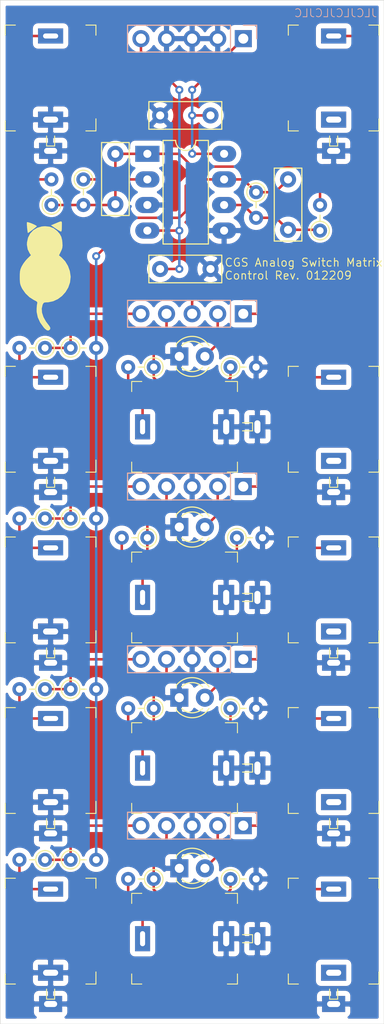
<source format=kicad_pcb>
(kicad_pcb (version 20171130) (host pcbnew "(5.1.10)-1")
  (layers (0 F.Cu signal) (31 B.Cu signal) (34 B.Paste user) (35 F.Paste user) (36 B.SilkS user) (37 F.SilkS user) (38 B.Mask user) (39 F.Mask user) (44 Edge.Cuts user))
  (net 0 "")
  (net 1 L1)
  (net 2 GND)
  (net 3 L2)
  (net 4 L3)
  (net 5 L4)
  (net 6 "Net-(J1-PadT)")
  (net 7 "Net-(J2-PadT)")
  (net 8 "Net-(J3-PadT)")
  (net 9 "Net-(J4-PadT)")
  (net 10 "Net-(J5-PadT)")
  (net 11 "Net-(J6-PadT)")
  (net 12 "Net-(J7-PadT)")
  (net 13 "Net-(J8-PadT)")
  (net 14 "Net-(J9-PadT)")
  (net 15 COMOUT)
  (net 16 O1)
  (net 17 O2)
  (net 18 O3)
  (net 19 O4)
  (net 20 I1)
  (net 21 I2)
  (net 22 I3)
  (net 23 I4)
  (net 24 C1)
  (net 25 C2)
  (net 26 C3)
  (net 27 C4)
  (net 28 +12V)
  (net 29 -12V)
  (net 30 "Net-(C3-Pad2)")
  (net 31 "Net-(C3-Pad1)")
  (net 32 "Net-(C4-Pad2)")
  (net 33 COMIN)
  (module "CATs_Eurosynth_Specials:CATs Tiny" (layer F.Cu) (at 4.445 27.305)
    (fp_text reference G*** hide)
    (fp_text value LOGO hide)
  )
  (module Package_DIP:DIP-8_W7.62mm_LongPads (layer F.Cu) (at 14.605 15.24)
    (fp_text reference U1 hide)
    (fp_text value TL072 hide)
    (pad 8 thru_hole oval (at 7.62 0) (size 2.4 1.6) (drill 0.8) (layers *.Cu *.Mask) (net 28 +12V))
    (pad 4 thru_hole oval (at 0 7.62) (size 2.4 1.6) (drill 0.8) (layers *.Cu *.Mask) (net 29 -12V))
    (pad 7 thru_hole oval (at 7.62 2.54) (size 2.4 1.6) (drill 0.8) (layers *.Cu *.Mask) (net 33 COMIN))
    (pad 3 thru_hole oval (at 0 5.08) (size 2.4 1.6) (drill 0.8) (layers *.Cu *.Mask) (net 2 GND))
    (pad 6 thru_hole oval (at 7.62 5.08) (size 2.4 1.6) (drill 0.8) (layers *.Cu *.Mask) (net 32 "Net-(C4-Pad2)"))
    (pad 2 thru_hole oval (at 0 2.54) (size 2.4 1.6) (drill 0.8) (layers *.Cu *.Mask) (net 30 "Net-(C3-Pad2)"))
    (pad 5 thru_hole oval (at 7.62 7.62) (size 2.4 1.6) (drill 0.8) (layers *.Cu *.Mask) (net 2 GND))
    (pad 1 thru_hole rect (at 0 0) (size 2.4 1.6) (drill 0.8) (layers *.Cu *.Mask) (net 31 "Net-(C3-Pad1)"))
  )
  (module Resistor_THT:R_Axial_DIN0204_L3.6mm_D1.6mm_P2.54mm_Vertical (layer F.Cu) (at 25.4 19.05 270)
    (fp_text reference R20 hide)
    (fp_text value 100k hide)
    (pad 2 thru_hole oval (at 2.54 0 270) (size 1.4 1.4) (drill 0.7) (layers *.Cu *.Mask) (net 32 "Net-(C4-Pad2)"))
    (pad 1 thru_hole circle (at 0 0 270) (size 1.4 1.4) (drill 0.7) (layers *.Cu *.Mask) (net 33 COMIN))
  )
  (module Resistor_THT:R_Axial_DIN0204_L3.6mm_D1.6mm_P2.54mm_Vertical (layer F.Cu) (at 31.75 22.86 90)
    (fp_text reference R19 hide)
    (fp_text value 100k hide)
    (pad 2 thru_hole oval (at 2.54 0 90) (size 1.4 1.4) (drill 0.7) (layers *.Cu *.Mask) (net 31 "Net-(C3-Pad1)"))
    (pad 1 thru_hole circle (at 0 0 90) (size 1.4 1.4) (drill 0.7) (layers *.Cu *.Mask) (net 32 "Net-(C4-Pad2)"))
  )
  (module Resistor_THT:R_Axial_DIN0204_L3.6mm_D1.6mm_P2.54mm_Vertical (layer F.Cu) (at 8.255 17.78 270)
    (fp_text reference R18 hide)
    (fp_text value 100k hide)
    (pad 2 thru_hole oval (at 2.54 0 270) (size 1.4 1.4) (drill 0.7) (layers *.Cu *.Mask) (net 30 "Net-(C3-Pad2)"))
    (pad 1 thru_hole circle (at 0 0 270) (size 1.4 1.4) (drill 0.7) (layers *.Cu *.Mask) (net 31 "Net-(C3-Pad1)"))
  )
  (module Resistor_THT:R_Axial_DIN0204_L3.6mm_D1.6mm_P2.54mm_Vertical (layer F.Cu) (at 5.08 20.32 90)
    (fp_text reference R17 hide)
    (fp_text value 100k hide)
    (pad 2 thru_hole oval (at 2.54 0 90) (size 1.4 1.4) (drill 0.7) (layers *.Cu *.Mask) (net 6 "Net-(J1-PadT)"))
    (pad 1 thru_hole circle (at 0 0 90) (size 1.4 1.4) (drill 0.7) (layers *.Cu *.Mask) (net 30 "Net-(C3-Pad2)"))
  )
  (module Connector_PinSocket_2.54mm:PinSocket_1x05_P2.54mm_Vertical (layer B.Cu) (at 24.13 3.81 90)
    (fp_text reference J19 hide)
    (fp_text value POWER hide)
    (pad 5 thru_hole oval (at 0 -10.16 90) (size 1.7 1.7) (drill 1) (layers *.Cu *.Mask) (net 29 -12V))
    (pad 4 thru_hole oval (at 0 -7.62 90) (size 1.7 1.7) (drill 1) (layers *.Cu *.Mask) (net 2 GND))
    (pad 3 thru_hole oval (at 0 -5.08 90) (size 1.7 1.7) (drill 1) (layers *.Cu *.Mask) (net 2 GND))
    (pad 2 thru_hole oval (at 0 -2.54 90) (size 1.7 1.7) (drill 1) (layers *.Cu *.Mask) (net 2 GND))
    (pad 1 thru_hole rect (at 0 0 90) (size 1.7 1.7) (drill 1) (layers *.Cu *.Mask) (net 28 +12V))
  )
  (module Capacitor_THT:C_Rect_L7.0mm_W2.5mm_P5.00mm (layer F.Cu) (at 28.575 17.78 270)
    (fp_text reference C4 hide)
    (fp_text value 47p hide)
    (pad 2 thru_hole circle (at 5 0 270) (size 1.6 1.6) (drill 0.8) (layers *.Cu *.Mask) (net 32 "Net-(C4-Pad2)"))
    (pad 1 thru_hole circle (at 0 0 270) (size 1.6 1.6) (drill 0.8) (layers *.Cu *.Mask) (net 33 COMIN))
  )
  (module Capacitor_THT:C_Rect_L7.0mm_W2.5mm_P5.00mm (layer F.Cu) (at 11.43 15.24 270)
    (fp_text reference C3 hide)
    (fp_text value 47p hide)
    (pad 2 thru_hole circle (at 5 0 270) (size 1.6 1.6) (drill 0.8) (layers *.Cu *.Mask) (net 30 "Net-(C3-Pad2)"))
    (pad 1 thru_hole circle (at 0 0 270) (size 1.6 1.6) (drill 0.8) (layers *.Cu *.Mask) (net 31 "Net-(C3-Pad1)"))
  )
  (module Capacitor_THT:C_Rect_L7.0mm_W2.5mm_P5.00mm (layer F.Cu) (at 15.875 26.67)
    (fp_text reference C2 hide)
    (fp_text value 100n hide)
    (pad 2 thru_hole circle (at 5 0) (size 1.6 1.6) (drill 0.8) (layers *.Cu *.Mask) (net 2 GND))
    (pad 1 thru_hole circle (at 0 0) (size 1.6 1.6) (drill 0.8) (layers *.Cu *.Mask) (net 29 -12V))
  )
  (module Capacitor_THT:C_Rect_L7.0mm_W2.5mm_P5.00mm (layer F.Cu) (at 15.875 11.43)
    (fp_text reference C1 hide)
    (fp_text value 100n hide)
    (pad 2 thru_hole circle (at 5 0) (size 1.6 1.6) (drill 0.8) (layers *.Cu *.Mask) (net 28 +12V))
    (pad 1 thru_hole circle (at 0 0) (size 1.6 1.6) (drill 0.8) (layers *.Cu *.Mask) (net 2 GND))
  )
  (module Resistor_THT:R_Axial_DIN0204_L3.6mm_D1.6mm_P2.54mm_Vertical (layer F.Cu) (at 22.86 87.20666)
    (fp_text reference R16 hide)
    (fp_text value 100k hide)
    (pad 2 thru_hole oval (at 2.54 0) (size 1.4 1.4) (drill 0.7) (layers *.Cu *.Mask) (net 2 GND))
    (pad 1 thru_hole circle (at 0 0) (size 1.4 1.4) (drill 0.7) (layers *.Cu *.Mask) (net 27 C4))
  )
  (module Resistor_THT:R_Axial_DIN0204_L3.6mm_D1.6mm_P2.54mm_Vertical (layer F.Cu) (at 22.86 70.27333)
    (fp_text reference R15 hide)
    (fp_text value 100k hide)
    (pad 2 thru_hole oval (at 2.54 0) (size 1.4 1.4) (drill 0.7) (layers *.Cu *.Mask) (net 2 GND))
    (pad 1 thru_hole circle (at 0 0) (size 1.4 1.4) (drill 0.7) (layers *.Cu *.Mask) (net 26 C3))
  )
  (module Resistor_THT:R_Axial_DIN0204_L3.6mm_D1.6mm_P2.54mm_Vertical (layer F.Cu) (at 23.495 53.34)
    (fp_text reference R14 hide)
    (fp_text value 100k hide)
    (pad 2 thru_hole oval (at 2.54 0) (size 1.4 1.4) (drill 0.7) (layers *.Cu *.Mask) (net 2 GND))
    (pad 1 thru_hole circle (at 0 0) (size 1.4 1.4) (drill 0.7) (layers *.Cu *.Mask) (net 25 C2))
  )
  (module Resistor_THT:R_Axial_DIN0204_L3.6mm_D1.6mm_P2.54mm_Vertical (layer F.Cu) (at 22.86 36.40666)
    (fp_text reference R13 hide)
    (fp_text value 100k hide)
    (pad 2 thru_hole oval (at 2.54 0) (size 1.4 1.4) (drill 0.7) (layers *.Cu *.Mask) (net 2 GND))
    (pad 1 thru_hole circle (at 0 0) (size 1.4 1.4) (drill 0.7) (layers *.Cu *.Mask) (net 24 C1))
  )
  (module Resistor_THT:R_Axial_DIN0204_L3.6mm_D1.6mm_P2.54mm_Vertical (layer F.Cu) (at 15.24 87.20666 180)
    (fp_text reference R12 hide)
    (fp_text value 10k hide)
    (pad 2 thru_hole oval (at 2.54 0 180) (size 1.4 1.4) (drill 0.7) (layers *.Cu *.Mask) (net 14 "Net-(J9-PadT)"))
    (pad 1 thru_hole circle (at 0 0 180) (size 1.4 1.4) (drill 0.7) (layers *.Cu *.Mask) (net 27 C4))
  )
  (module Resistor_THT:R_Axial_DIN0204_L3.6mm_D1.6mm_P2.54mm_Vertical (layer F.Cu) (at 15.24 70.27333 180)
    (fp_text reference R11 hide)
    (fp_text value 10k hide)
    (pad 2 thru_hole oval (at 2.54 0 180) (size 1.4 1.4) (drill 0.7) (layers *.Cu *.Mask) (net 13 "Net-(J8-PadT)"))
    (pad 1 thru_hole circle (at 0 0 180) (size 1.4 1.4) (drill 0.7) (layers *.Cu *.Mask) (net 26 C3))
  )
  (module Resistor_THT:R_Axial_DIN0204_L3.6mm_D1.6mm_P2.54mm_Vertical (layer F.Cu) (at 14.605 53.34 180)
    (fp_text reference R10 hide)
    (fp_text value 10k hide)
    (pad 2 thru_hole oval (at 2.54 0 180) (size 1.4 1.4) (drill 0.7) (layers *.Cu *.Mask) (net 12 "Net-(J7-PadT)"))
    (pad 1 thru_hole circle (at 0 0 180) (size 1.4 1.4) (drill 0.7) (layers *.Cu *.Mask) (net 25 C2))
  )
  (module Resistor_THT:R_Axial_DIN0204_L3.6mm_D1.6mm_P2.54mm_Vertical (layer F.Cu) (at 15.24 36.40666 180)
    (fp_text reference R9 hide)
    (fp_text value 10k hide)
    (pad 2 thru_hole oval (at 2.54 0 180) (size 1.4 1.4) (drill 0.7) (layers *.Cu *.Mask) (net 11 "Net-(J6-PadT)"))
    (pad 1 thru_hole circle (at 0 0 180) (size 1.4 1.4) (drill 0.7) (layers *.Cu *.Mask) (net 24 C1))
  )
  (module Resistor_THT:R_Axial_DIN0204_L3.6mm_D1.6mm_P2.54mm_Vertical (layer F.Cu) (at 4.445 85.30166 180)
    (fp_text reference R8 hide)
    (fp_text value 100k hide)
    (pad 2 thru_hole oval (at 2.54 0 180) (size 1.4 1.4) (drill 0.7) (layers *.Cu *.Mask) (net 10 "Net-(J5-PadT)"))
    (pad 1 thru_hole circle (at 0 0 180) (size 1.4 1.4) (drill 0.7) (layers *.Cu *.Mask) (net 23 I4))
  )
  (module Resistor_THT:R_Axial_DIN0204_L3.6mm_D1.6mm_P2.54mm_Vertical (layer F.Cu) (at 6.985 85.30166)
    (fp_text reference R7 hide)
    (fp_text value 100k hide)
    (pad 2 thru_hole oval (at 2.54 0) (size 1.4 1.4) (drill 0.7) (layers *.Cu *.Mask) (net 33 COMIN))
    (pad 1 thru_hole circle (at 0 0) (size 1.4 1.4) (drill 0.7) (layers *.Cu *.Mask) (net 23 I4))
  )
  (module Resistor_THT:R_Axial_DIN0204_L3.6mm_D1.6mm_P2.54mm_Vertical (layer F.Cu) (at 4.445 68.36833 180)
    (fp_text reference R6 hide)
    (fp_text value 100k hide)
    (pad 2 thru_hole oval (at 2.54 0 180) (size 1.4 1.4) (drill 0.7) (layers *.Cu *.Mask) (net 9 "Net-(J4-PadT)"))
    (pad 1 thru_hole circle (at 0 0 180) (size 1.4 1.4) (drill 0.7) (layers *.Cu *.Mask) (net 22 I3))
  )
  (module Resistor_THT:R_Axial_DIN0204_L3.6mm_D1.6mm_P2.54mm_Vertical (layer F.Cu) (at 6.985 68.36833)
    (fp_text reference R5 hide)
    (fp_text value 100k hide)
    (pad 2 thru_hole oval (at 2.54 0) (size 1.4 1.4) (drill 0.7) (layers *.Cu *.Mask) (net 33 COMIN))
    (pad 1 thru_hole circle (at 0 0) (size 1.4 1.4) (drill 0.7) (layers *.Cu *.Mask) (net 22 I3))
  )
  (module Resistor_THT:R_Axial_DIN0204_L3.6mm_D1.6mm_P2.54mm_Vertical (layer F.Cu) (at 4.445 51.435 180)
    (fp_text reference R4 hide)
    (fp_text value 100k hide)
    (pad 2 thru_hole oval (at 2.54 0 180) (size 1.4 1.4) (drill 0.7) (layers *.Cu *.Mask) (net 8 "Net-(J3-PadT)"))
    (pad 1 thru_hole circle (at 0 0 180) (size 1.4 1.4) (drill 0.7) (layers *.Cu *.Mask) (net 21 I2))
  )
  (module Resistor_THT:R_Axial_DIN0204_L3.6mm_D1.6mm_P2.54mm_Vertical (layer F.Cu) (at 6.985 51.435)
    (fp_text reference R3 hide)
    (fp_text value 100k hide)
    (pad 2 thru_hole oval (at 2.54 0) (size 1.4 1.4) (drill 0.7) (layers *.Cu *.Mask) (net 33 COMIN))
    (pad 1 thru_hole circle (at 0 0) (size 1.4 1.4) (drill 0.7) (layers *.Cu *.Mask) (net 21 I2))
  )
  (module Resistor_THT:R_Axial_DIN0204_L3.6mm_D1.6mm_P2.54mm_Vertical (layer F.Cu) (at 4.445 34.50166 180)
    (fp_text reference R2 hide)
    (fp_text value 100k hide)
    (pad 2 thru_hole oval (at 2.54 0 180) (size 1.4 1.4) (drill 0.7) (layers *.Cu *.Mask) (net 7 "Net-(J2-PadT)"))
    (pad 1 thru_hole circle (at 0 0 180) (size 1.4 1.4) (drill 0.7) (layers *.Cu *.Mask) (net 20 I1))
  )
  (module Resistor_THT:R_Axial_DIN0204_L3.6mm_D1.6mm_P2.54mm_Vertical (layer F.Cu) (at 6.985 34.50166)
    (fp_text reference R1 hide)
    (fp_text value 100k hide)
    (pad 2 thru_hole oval (at 2.54 0) (size 1.4 1.4) (drill 0.7) (layers *.Cu *.Mask) (net 33 COMIN))
    (pad 1 thru_hole circle (at 0 0) (size 1.4 1.4) (drill 0.7) (layers *.Cu *.Mask) (net 20 I1))
  )
  (module Connector_PinSocket_2.54mm:PinSocket_1x05_P2.54mm_Vertical (layer B.Cu) (at 24.13 81.915 90)
    (fp_text reference J18 hide)
    (fp_text value 4 hide)
    (pad 5 thru_hole oval (at 0 -10.16 90) (size 1.7 1.7) (drill 1) (layers *.Cu *.Mask) (net 23 I4))
    (pad 4 thru_hole oval (at 0 -7.62 90) (size 1.7 1.7) (drill 1) (layers *.Cu *.Mask) (net 27 C4))
    (pad 3 thru_hole oval (at 0 -5.08 90) (size 1.7 1.7) (drill 1) (layers *.Cu *.Mask) (net 2 GND))
    (pad 2 thru_hole oval (at 0 -2.54 90) (size 1.7 1.7) (drill 1) (layers *.Cu *.Mask) (net 5 L4))
    (pad 1 thru_hole rect (at 0 0 90) (size 1.7 1.7) (drill 1) (layers *.Cu *.Mask) (net 19 O4))
  )
  (module Connector_PinSocket_2.54mm:PinSocket_1x05_P2.54mm_Vertical (layer B.Cu) (at 24.13 65.405 90)
    (fp_text reference J17 hide)
    (fp_text value 3 hide)
    (pad 5 thru_hole oval (at 0 -10.16 90) (size 1.7 1.7) (drill 1) (layers *.Cu *.Mask) (net 22 I3))
    (pad 4 thru_hole oval (at 0 -7.62 90) (size 1.7 1.7) (drill 1) (layers *.Cu *.Mask) (net 26 C3))
    (pad 3 thru_hole oval (at 0 -5.08 90) (size 1.7 1.7) (drill 1) (layers *.Cu *.Mask) (net 2 GND))
    (pad 2 thru_hole oval (at 0 -2.54 90) (size 1.7 1.7) (drill 1) (layers *.Cu *.Mask) (net 4 L3))
    (pad 1 thru_hole rect (at 0 0 90) (size 1.7 1.7) (drill 1) (layers *.Cu *.Mask) (net 18 O3))
  )
  (module Connector_PinSocket_2.54mm:PinSocket_1x05_P2.54mm_Vertical (layer B.Cu) (at 24.13 48.26 90)
    (fp_text reference J16 hide)
    (fp_text value 2 hide)
    (pad 5 thru_hole oval (at 0 -10.16 90) (size 1.7 1.7) (drill 1) (layers *.Cu *.Mask) (net 21 I2))
    (pad 4 thru_hole oval (at 0 -7.62 90) (size 1.7 1.7) (drill 1) (layers *.Cu *.Mask) (net 25 C2))
    (pad 3 thru_hole oval (at 0 -5.08 90) (size 1.7 1.7) (drill 1) (layers *.Cu *.Mask) (net 2 GND))
    (pad 2 thru_hole oval (at 0 -2.54 90) (size 1.7 1.7) (drill 1) (layers *.Cu *.Mask) (net 3 L2))
    (pad 1 thru_hole rect (at 0 0 90) (size 1.7 1.7) (drill 1) (layers *.Cu *.Mask) (net 17 O2))
  )
  (module Connector_PinSocket_2.54mm:PinSocket_1x05_P2.54mm_Vertical (layer B.Cu) (at 24.13 31.115 90)
    (fp_text reference J15 hide)
    (fp_text value 1_COM hide)
    (pad 5 thru_hole oval (at 0 -10.16 90) (size 1.7 1.7) (drill 1) (layers *.Cu *.Mask) (net 20 I1))
    (pad 4 thru_hole oval (at 0 -7.62 90) (size 1.7 1.7) (drill 1) (layers *.Cu *.Mask) (net 24 C1))
    (pad 3 thru_hole oval (at 0 -5.08 90) (size 1.7 1.7) (drill 1) (layers *.Cu *.Mask) (net 15 COMOUT))
    (pad 2 thru_hole oval (at 0 -2.54 90) (size 1.7 1.7) (drill 1) (layers *.Cu *.Mask) (net 1 L1))
    (pad 1 thru_hole rect (at 0 0 90) (size 1.7 1.7) (drill 1) (layers *.Cu *.Mask) (net 16 O1))
  )
  (module Connector_Audio_QingPu:Jack_3.5mm_QingPu_WQP-PJ301M-12 (layer F.Cu) (at 33.1 93.13333)
    (fp_text reference J14 hide)
    (fp_text value "Out 4" hide)
    (pad T thru_hole rect (at 0 -4.92) (size 2.5 1.5) (drill oval 1.5 0.5) (layers *.Cu *.Mask) (net 19 O4))
    (pad TN thru_hole rect (at 0 3.38) (size 2.5 1.6) (drill oval 1.5 0.6) (layers *.Cu *.Mask))
    (pad S thru_hole rect (at 0 6.48) (size 2.3 1.6) (drill oval 1.3 0.6) (layers *.Cu *.Mask) (net 2 GND))
  )
  (module Connector_Audio_QingPu:Jack_3.5mm_QingPu_WQP-PJ301M-12 (layer F.Cu) (at 33.1 76.2)
    (fp_text reference J13 hide)
    (fp_text value "Out 3" hide)
    (pad T thru_hole rect (at 0 -4.92) (size 2.5 1.5) (drill oval 1.5 0.5) (layers *.Cu *.Mask) (net 18 O3))
    (pad TN thru_hole rect (at 0 3.38) (size 2.5 1.6) (drill oval 1.5 0.6) (layers *.Cu *.Mask))
    (pad S thru_hole rect (at 0 6.48) (size 2.3 1.6) (drill oval 1.3 0.6) (layers *.Cu *.Mask) (net 2 GND))
  )
  (module Connector_Audio_QingPu:Jack_3.5mm_QingPu_WQP-PJ301M-12 (layer F.Cu) (at 33.1 59.26667)
    (fp_text reference J12 hide)
    (fp_text value "Out 2" hide)
    (pad T thru_hole rect (at 0 -4.92) (size 2.5 1.5) (drill oval 1.5 0.5) (layers *.Cu *.Mask) (net 17 O2))
    (pad TN thru_hole rect (at 0 3.38) (size 2.5 1.6) (drill oval 1.5 0.6) (layers *.Cu *.Mask))
    (pad S thru_hole rect (at 0 6.48) (size 2.3 1.6) (drill oval 1.3 0.6) (layers *.Cu *.Mask) (net 2 GND))
  )
  (module Connector_Audio_QingPu:Jack_3.5mm_QingPu_WQP-PJ301M-12 (layer F.Cu) (at 33.1 42.33333)
    (fp_text reference J11 hide)
    (fp_text value "Out 1" hide)
    (pad T thru_hole rect (at 0 -4.92) (size 2.5 1.5) (drill oval 1.5 0.5) (layers *.Cu *.Mask) (net 16 O1))
    (pad TN thru_hole rect (at 0 3.38) (size 2.5 1.6) (drill oval 1.5 0.6) (layers *.Cu *.Mask))
    (pad S thru_hole rect (at 0 6.48) (size 2.3 1.6) (drill oval 1.3 0.6) (layers *.Cu *.Mask) (net 2 GND))
  )
  (module Connector_Audio_QingPu:Jack_3.5mm_QingPu_WQP-PJ301M-12 (layer F.Cu) (at 33.1 8.46667)
    (fp_text reference J10 hide)
    (fp_text value "Common Out" hide)
    (pad T thru_hole rect (at 0 -4.92) (size 2.5 1.5) (drill oval 1.5 0.5) (layers *.Cu *.Mask) (net 15 COMOUT))
    (pad TN thru_hole rect (at 0 3.38) (size 2.5 1.6) (drill oval 1.5 0.6) (layers *.Cu *.Mask))
    (pad S thru_hole rect (at 0 6.48) (size 2.3 1.6) (drill oval 1.3 0.6) (layers *.Cu *.Mask) (net 2 GND))
  )
  (module Connector_Audio_QingPu:Jack_3.5mm_QingPu_WQP-PJ301M-12 (layer F.Cu) (at 19.05 93.13333 90)
    (fp_text reference J9 hide)
    (fp_text value "Control 4" hide)
    (pad T thru_hole rect (at 0 -4.92 90) (size 2.5 1.5) (drill oval 1.5 0.5) (layers *.Cu *.Mask) (net 14 "Net-(J9-PadT)"))
    (pad TN thru_hole rect (at 0 3.38 90) (size 2.5 1.6) (drill oval 1.5 0.6) (layers *.Cu *.Mask) (net 2 GND))
    (pad S thru_hole rect (at 0 6.48 90) (size 2.3 1.6) (drill oval 1.3 0.6) (layers *.Cu *.Mask) (net 2 GND))
  )
  (module Connector_Audio_QingPu:Jack_3.5mm_QingPu_WQP-PJ301M-12 (layer F.Cu) (at 19.05 76.2 90)
    (fp_text reference J8 hide)
    (fp_text value "Control 3" hide)
    (pad T thru_hole rect (at 0 -4.92 90) (size 2.5 1.5) (drill oval 1.5 0.5) (layers *.Cu *.Mask) (net 13 "Net-(J8-PadT)"))
    (pad TN thru_hole rect (at 0 3.38 90) (size 2.5 1.6) (drill oval 1.5 0.6) (layers *.Cu *.Mask) (net 2 GND))
    (pad S thru_hole rect (at 0 6.48 90) (size 2.3 1.6) (drill oval 1.3 0.6) (layers *.Cu *.Mask) (net 2 GND))
  )
  (module Connector_Audio_QingPu:Jack_3.5mm_QingPu_WQP-PJ301M-12 (layer F.Cu) (at 19.05 59.26667 90)
    (fp_text reference J7 hide)
    (fp_text value "Control 2" hide)
    (pad T thru_hole rect (at 0 -4.92 90) (size 2.5 1.5) (drill oval 1.5 0.5) (layers *.Cu *.Mask) (net 12 "Net-(J7-PadT)"))
    (pad TN thru_hole rect (at 0 3.38 90) (size 2.5 1.6) (drill oval 1.5 0.6) (layers *.Cu *.Mask) (net 2 GND))
    (pad S thru_hole rect (at 0 6.48 90) (size 2.3 1.6) (drill oval 1.3 0.6) (layers *.Cu *.Mask) (net 2 GND))
  )
  (module Connector_Audio_QingPu:Jack_3.5mm_QingPu_WQP-PJ301M-12 (layer F.Cu) (at 19.05 42.33333 90)
    (fp_text reference J6 hide)
    (fp_text value "Control 1" hide)
    (pad T thru_hole rect (at 0 -4.92 90) (size 2.5 1.5) (drill oval 1.5 0.5) (layers *.Cu *.Mask) (net 11 "Net-(J6-PadT)"))
    (pad TN thru_hole rect (at 0 3.38 90) (size 2.5 1.6) (drill oval 1.5 0.6) (layers *.Cu *.Mask) (net 2 GND))
    (pad S thru_hole rect (at 0 6.48 90) (size 2.3 1.6) (drill oval 1.3 0.6) (layers *.Cu *.Mask) (net 2 GND))
  )
  (module Connector_Audio_QingPu:Jack_3.5mm_QingPu_WQP-PJ301M-12 (layer F.Cu) (at 5 93.13333)
    (fp_text reference J5 hide)
    (fp_text value "In 4" hide)
    (pad T thru_hole rect (at 0 -4.92) (size 2.5 1.5) (drill oval 1.5 0.5) (layers *.Cu *.Mask) (net 10 "Net-(J5-PadT)"))
    (pad TN thru_hole rect (at 0 3.38) (size 2.5 1.6) (drill oval 1.5 0.6) (layers *.Cu *.Mask) (net 2 GND))
    (pad S thru_hole rect (at 0 6.48) (size 2.3 1.6) (drill oval 1.3 0.6) (layers *.Cu *.Mask) (net 2 GND))
  )
  (module Connector_Audio_QingPu:Jack_3.5mm_QingPu_WQP-PJ301M-12 (layer F.Cu) (at 5 76.2)
    (fp_text reference J4 hide)
    (fp_text value "In 3" hide)
    (pad T thru_hole rect (at 0 -4.92) (size 2.5 1.5) (drill oval 1.5 0.5) (layers *.Cu *.Mask) (net 9 "Net-(J4-PadT)"))
    (pad TN thru_hole rect (at 0 3.38) (size 2.5 1.6) (drill oval 1.5 0.6) (layers *.Cu *.Mask) (net 2 GND))
    (pad S thru_hole rect (at 0 6.48) (size 2.3 1.6) (drill oval 1.3 0.6) (layers *.Cu *.Mask) (net 2 GND))
  )
  (module Connector_Audio_QingPu:Jack_3.5mm_QingPu_WQP-PJ301M-12 (layer F.Cu) (at 5 59.26667)
    (fp_text reference J3 hide)
    (fp_text value "In 2" hide)
    (pad T thru_hole rect (at 0 -4.92) (size 2.5 1.5) (drill oval 1.5 0.5) (layers *.Cu *.Mask) (net 8 "Net-(J3-PadT)"))
    (pad TN thru_hole rect (at 0 3.38) (size 2.5 1.6) (drill oval 1.5 0.6) (layers *.Cu *.Mask) (net 2 GND))
    (pad S thru_hole rect (at 0 6.48) (size 2.3 1.6) (drill oval 1.3 0.6) (layers *.Cu *.Mask) (net 2 GND))
  )
  (module Connector_Audio_QingPu:Jack_3.5mm_QingPu_WQP-PJ301M-12 (layer F.Cu) (at 5 42.33333)
    (fp_text reference J2 hide)
    (fp_text value "In 1" hide)
    (pad T thru_hole rect (at 0 -4.92) (size 2.5 1.5) (drill oval 1.5 0.5) (layers *.Cu *.Mask) (net 7 "Net-(J2-PadT)"))
    (pad TN thru_hole rect (at 0 3.38) (size 2.5 1.6) (drill oval 1.5 0.6) (layers *.Cu *.Mask) (net 2 GND))
    (pad S thru_hole rect (at 0 6.48) (size 2.3 1.6) (drill oval 1.3 0.6) (layers *.Cu *.Mask) (net 2 GND))
  )
  (module Connector_Audio_QingPu:Jack_3.5mm_QingPu_WQP-PJ301M-12 (layer F.Cu) (at 5 8.46667)
    (fp_text reference J1 hide)
    (fp_text value "Common In" hide)
    (pad T thru_hole rect (at 0 -4.92) (size 2.5 1.5) (drill oval 1.5 0.5) (layers *.Cu *.Mask) (net 6 "Net-(J1-PadT)"))
    (pad TN thru_hole rect (at 0 3.38) (size 2.5 1.6) (drill oval 1.5 0.6) (layers *.Cu *.Mask) (net 2 GND))
    (pad S thru_hole rect (at 0 6.48) (size 2.3 1.6) (drill oval 1.3 0.6) (layers *.Cu *.Mask) (net 2 GND))
  )
  (module LED_THT:LED_D3.0mm (layer F.Cu) (at 17.78 86.14833)
    (fp_text reference D4 hide)
    (fp_text value Green hide)
    (pad 2 thru_hole circle (at 2.54 0) (size 1.8 1.8) (drill 0.9) (layers *.Cu *.Mask) (net 5 L4))
    (pad 1 thru_hole rect (at 0 0) (size 1.8 1.8) (drill 0.9) (layers *.Cu *.Mask) (net 2 GND))
  )
  (module LED_THT:LED_D3.0mm (layer F.Cu) (at 17.78 69.215)
    (fp_text reference D3 hide)
    (fp_text value Green hide)
    (pad 2 thru_hole circle (at 2.54 0) (size 1.8 1.8) (drill 0.9) (layers *.Cu *.Mask) (net 4 L3))
    (pad 1 thru_hole rect (at 0 0) (size 1.8 1.8) (drill 0.9) (layers *.Cu *.Mask) (net 2 GND))
  )
  (module LED_THT:LED_D3.0mm (layer F.Cu) (at 17.78 52.28167)
    (fp_text reference D2 hide)
    (fp_text value Green hide)
    (pad 2 thru_hole circle (at 2.54 0) (size 1.8 1.8) (drill 0.9) (layers *.Cu *.Mask) (net 3 L2))
    (pad 1 thru_hole rect (at 0 0) (size 1.8 1.8) (drill 0.9) (layers *.Cu *.Mask) (net 2 GND))
  )
  (module LED_THT:LED_D3.0mm (layer F.Cu) (at 17.78 35.34833)
    (fp_text reference D1 hide)
    (fp_text value Green hide)
    (pad 2 thru_hole circle (at 2.54 0) (size 1.8 1.8) (drill 0.9) (layers *.Cu *.Mask) (net 1 L1))
    (pad 1 thru_hole rect (at 0 0) (size 1.8 1.8) (drill 0.9) (layers *.Cu *.Mask) (net 2 GND))
  )
  (gr_text JLCJLCJLCJLC (at 37.465 1.27) (layer B.SilkS) (effects (font (size 0.8 0.8) (thickness 0.08)) (justify left mirror)))
  (gr_text "CGS Analog Switch Matrix\nControl Rev. 012209" (at 22.225 26.67) (layer F.SilkS) (effects (font (size 0.8 0.8) (thickness 0.1)) (justify left)))
  (gr_line (start 0 101.6) (end 0 0) (layer Edge.Cuts) (width 0.05))
  (gr_line (start 38.1 101.6) (end 0 101.6) (layer Edge.Cuts) (width 0.05))
  (gr_line (start 38.1 0) (end 38.1 101.6) (layer Edge.Cuts) (width 0.05))
  (gr_line (start 0 0) (end 38.1 0) (layer Edge.Cuts) (width 0.05))
  (segment (start 20.32 35.34833) (end 21.59 34.07833) (width 0.25) (layer F.Cu) (net 1))
  (segment (start 21.59 34.07833) (end 21.59 31.115) (width 0.25) (layer F.Cu) (net 1))
  (segment (start 14.525 20.24) (end 14.605 20.32) (width 0.25) (layer F.Cu) (net 2))
  (segment (start 20.32 52.28167) (end 21.59 51.01167) (width 0.25) (layer F.Cu) (net 3))
  (segment (start 21.59 51.01167) (end 21.59 48.26) (width 0.25) (layer F.Cu) (net 3))
  (segment (start 20.32 69.215) (end 21.59 67.945) (width 0.25) (layer F.Cu) (net 4))
  (segment (start 21.59 67.945) (end 21.59 65.405) (width 0.25) (layer F.Cu) (net 4))
  (segment (start 21.59 84.87833) (end 20.32 86.14833) (width 0.25) (layer F.Cu) (net 5))
  (segment (start 21.59 81.915) (end 21.59 84.87833) (width 0.25) (layer F.Cu) (net 5))
  (segment (start 5 3.54667) (end 2.80333 3.54667) (width 0.25) (layer F.Cu) (net 6))
  (segment (start 2.80333 3.54667) (end 1.905 4.445) (width 0.25) (layer F.Cu) (net 6))
  (segment (start 1.905 4.445) (end 1.905 17.145) (width 0.25) (layer F.Cu) (net 6))
  (segment (start 2.54 17.78) (end 5.08 17.78) (width 0.25) (layer F.Cu) (net 6))
  (segment (start 1.905 17.145) (end 2.54 17.78) (width 0.25) (layer F.Cu) (net 6))
  (segment (start 5 37.41333) (end 2.59167 37.41333) (width 0.25) (layer F.Cu) (net 7))
  (segment (start 1.905 36.72666) (end 2.59167 37.41333) (width 0.25) (layer F.Cu) (net 7))
  (segment (start 1.905 34.50166) (end 1.905 36.72666) (width 0.25) (layer F.Cu) (net 7))
  (segment (start 5 54.34667) (end 2.80333 54.34667) (width 0.25) (layer F.Cu) (net 8))
  (segment (start 1.905 53.44834) (end 2.80333 54.34667) (width 0.25) (layer F.Cu) (net 8))
  (segment (start 1.905 51.435) (end 1.905 53.44834) (width 0.25) (layer F.Cu) (net 8))
  (segment (start 5 71.28) (end 2.7 71.28) (width 0.25) (layer F.Cu) (net 9))
  (segment (start 1.905 70.485) (end 2.7 71.28) (width 0.25) (layer F.Cu) (net 9))
  (segment (start 1.905 68.36833) (end 1.905 70.485) (width 0.25) (layer F.Cu) (net 9))
  (segment (start 5 88.21333) (end 2.59167 88.21333) (width 0.25) (layer F.Cu) (net 10))
  (segment (start 1.905 87.52666) (end 2.59167 88.21333) (width 0.25) (layer F.Cu) (net 10))
  (segment (start 1.905 85.30166) (end 1.905 87.52666) (width 0.25) (layer F.Cu) (net 10))
  (segment (start 14.13 42.33333) (end 14.13 40.165) (width 0.25) (layer F.Cu) (net 11))
  (segment (start 12.7 38.735) (end 14.13 40.165) (width 0.25) (layer F.Cu) (net 11))
  (segment (start 12.7 36.40666) (end 12.7 38.735) (width 0.25) (layer F.Cu) (net 11))
  (segment (start 14.13 59.26667) (end 14.13 56.675) (width 0.25) (layer F.Cu) (net 12))
  (segment (start 12.065 53.34) (end 12.065 54.61) (width 0.25) (layer F.Cu) (net 12))
  (segment (start 12.065 54.61) (end 14.13 56.675) (width 0.25) (layer F.Cu) (net 12))
  (segment (start 14.13 76.2) (end 14.13 73.82) (width 0.25) (layer F.Cu) (net 13))
  (segment (start 12.7 72.39) (end 14.13 73.82) (width 0.25) (layer F.Cu) (net 13))
  (segment (start 12.7 70.27333) (end 12.7 72.39) (width 0.25) (layer F.Cu) (net 13))
  (segment (start 14.13 93.13333) (end 14.13 90.965) (width 0.25) (layer F.Cu) (net 14))
  (segment (start 12.7 89.535) (end 14.13 90.965) (width 0.25) (layer F.Cu) (net 14))
  (segment (start 12.7 87.20666) (end 12.7 89.535) (width 0.25) (layer F.Cu) (net 14))
  (segment (start 20.32 28.575) (end 35.56 28.575) (width 0.25) (layer F.Cu) (net 15))
  (segment (start 19.05 29.845) (end 20.32 28.575) (width 0.25) (layer F.Cu) (net 15))
  (segment (start 19.05 31.115) (end 19.05 29.845) (width 0.25) (layer F.Cu) (net 15))
  (segment (start 35.56 28.575) (end 36.195 27.94) (width 0.25) (layer F.Cu) (net 15))
  (segment (start 36.195 27.94) (end 36.195 4.445) (width 0.25) (layer F.Cu) (net 15))
  (segment (start 35.29667 3.54667) (end 36.195 4.445) (width 0.25) (layer F.Cu) (net 15))
  (segment (start 33.1 3.54667) (end 35.29667 3.54667) (width 0.25) (layer F.Cu) (net 15))
  (segment (start 33.1 37.41333) (end 29.79333 37.41333) (width 0.25) (layer F.Cu) (net 16))
  (segment (start 29.79333 37.41333) (end 28.575 36.195) (width 0.25) (layer F.Cu) (net 16))
  (segment (start 28.575 36.195) (end 28.575 31.75) (width 0.25) (layer F.Cu) (net 16))
  (segment (start 27.94 31.115) (end 24.13 31.115) (width 0.25) (layer F.Cu) (net 16))
  (segment (start 28.575 31.75) (end 27.94 31.115) (width 0.25) (layer F.Cu) (net 16))
  (segment (start 24.13 48.26) (end 27.94 48.26) (width 0.25) (layer F.Cu) (net 17))
  (segment (start 27.94 48.26) (end 28.575 48.895) (width 0.25) (layer F.Cu) (net 17))
  (segment (start 33.1 54.34667) (end 29.58167 54.34667) (width 0.25) (layer F.Cu) (net 17))
  (segment (start 28.575 53.34) (end 28.575 48.895) (width 0.25) (layer F.Cu) (net 17))
  (segment (start 29.58167 54.34667) (end 28.575 53.34) (width 0.25) (layer F.Cu) (net 17))
  (segment (start 33.1 71.28) (end 30.005 71.28) (width 0.25) (layer F.Cu) (net 18))
  (segment (start 30.005 71.28) (end 28.575 69.85) (width 0.25) (layer F.Cu) (net 18))
  (segment (start 28.575 69.85) (end 28.575 66.04) (width 0.25) (layer F.Cu) (net 18))
  (segment (start 27.94 65.405) (end 24.13 65.405) (width 0.25) (layer F.Cu) (net 18))
  (segment (start 28.575 66.04) (end 27.94 65.405) (width 0.25) (layer F.Cu) (net 18))
  (segment (start 33.1 88.21333) (end 29.79333 88.21333) (width 0.25) (layer F.Cu) (net 19))
  (segment (start 29.79333 88.21333) (end 28.575 86.995) (width 0.25) (layer F.Cu) (net 19))
  (segment (start 28.575 86.995) (end 28.575 82.55) (width 0.25) (layer F.Cu) (net 19))
  (segment (start 28.575 82.55) (end 27.94 81.915) (width 0.25) (layer F.Cu) (net 19))
  (segment (start 24.13 81.915) (end 27.94 81.915) (width 0.25) (layer F.Cu) (net 19))
  (segment (start 4.445 34.50166) (end 6.985 34.50166) (width 0.25) (layer F.Cu) (net 20))
  (segment (start 6.985 34.50166) (end 6.985 31.75) (width 0.25) (layer F.Cu) (net 20))
  (segment (start 7.62 31.115) (end 6.985 31.75) (width 0.25) (layer F.Cu) (net 20))
  (segment (start 13.97 31.115) (end 7.62 31.115) (width 0.25) (layer F.Cu) (net 20))
  (segment (start 4.445 51.435) (end 6.985 51.435) (width 0.25) (layer F.Cu) (net 21))
  (segment (start 6.985 51.435) (end 6.985 49.53) (width 0.25) (layer F.Cu) (net 21))
  (segment (start 6.985 49.53) (end 6.985 48.895) (width 0.25) (layer F.Cu) (net 21))
  (segment (start 7.62 48.26) (end 6.985 48.895) (width 0.25) (layer F.Cu) (net 21))
  (segment (start 13.97 48.26) (end 7.62 48.26) (width 0.25) (layer F.Cu) (net 21))
  (segment (start 4.445 68.36833) (end 6.985 68.36833) (width 0.25) (layer F.Cu) (net 22))
  (segment (start 6.985 68.36833) (end 6.985 66.04) (width 0.25) (layer F.Cu) (net 22))
  (segment (start 7.62 65.405) (end 6.985 66.04) (width 0.25) (layer F.Cu) (net 22))
  (segment (start 13.97 65.405) (end 7.62 65.405) (width 0.25) (layer F.Cu) (net 22))
  (segment (start 4.445 85.30166) (end 6.985 85.30166) (width 0.25) (layer F.Cu) (net 23))
  (segment (start 6.985 85.30166) (end 6.985 82.55) (width 0.25) (layer F.Cu) (net 23))
  (segment (start 7.62 81.915) (end 6.985 82.55) (width 0.25) (layer F.Cu) (net 23))
  (segment (start 7.62 81.915) (end 13.97 81.915) (width 0.25) (layer F.Cu) (net 23))
  (segment (start 15.24 36.40666) (end 15.24 34.29) (width 0.25) (layer F.Cu) (net 24))
  (segment (start 16.51 33.02) (end 16.51 31.115) (width 0.25) (layer F.Cu) (net 24))
  (segment (start 15.24 34.29) (end 16.51 33.02) (width 0.25) (layer F.Cu) (net 24))
  (segment (start 15.24 37.465) (end 15.24 36.40666) (width 0.25) (layer F.Cu) (net 24))
  (segment (start 22.225 38.1) (end 15.875 38.1) (width 0.25) (layer F.Cu) (net 24))
  (segment (start 22.86 37.465) (end 22.225 38.1) (width 0.25) (layer F.Cu) (net 24))
  (segment (start 15.875 38.1) (end 15.24 37.465) (width 0.25) (layer F.Cu) (net 24))
  (segment (start 22.86 36.40666) (end 22.86 37.465) (width 0.25) (layer F.Cu) (net 24))
  (segment (start 14.605 53.34) (end 14.605 52.07) (width 0.25) (layer F.Cu) (net 25))
  (segment (start 16.51 50.165) (end 16.51 48.26) (width 0.25) (layer F.Cu) (net 25))
  (segment (start 14.605 52.07) (end 16.51 50.165) (width 0.25) (layer F.Cu) (net 25))
  (segment (start 14.605 54.61) (end 14.605 53.34) (width 0.25) (layer F.Cu) (net 25))
  (segment (start 15.24 55.245) (end 14.605 54.61) (width 0.25) (layer F.Cu) (net 25))
  (segment (start 22.86 55.245) (end 15.24 55.245) (width 0.25) (layer F.Cu) (net 25))
  (segment (start 23.495 54.61) (end 22.86 55.245) (width 0.25) (layer F.Cu) (net 25))
  (segment (start 23.495 53.34) (end 23.495 54.61) (width 0.25) (layer F.Cu) (net 25))
  (segment (start 15.24 70.27333) (end 15.24 68.58) (width 0.25) (layer F.Cu) (net 26))
  (segment (start 16.51 67.31) (end 16.51 65.405) (width 0.25) (layer F.Cu) (net 26))
  (segment (start 15.24 68.58) (end 16.51 67.31) (width 0.25) (layer F.Cu) (net 26))
  (segment (start 15.24 71.755) (end 15.24 70.27333) (width 0.25) (layer F.Cu) (net 26))
  (segment (start 15.875 72.39) (end 15.24 71.755) (width 0.25) (layer F.Cu) (net 26))
  (segment (start 22.225 72.39) (end 15.875 72.39) (width 0.25) (layer F.Cu) (net 26))
  (segment (start 22.86 71.755) (end 22.225 72.39) (width 0.25) (layer F.Cu) (net 26))
  (segment (start 22.86 70.27333) (end 22.86 71.755) (width 0.25) (layer F.Cu) (net 26))
  (segment (start 15.875 88.9) (end 15.24 88.265) (width 0.25) (layer F.Cu) (net 27))
  (segment (start 15.24 88.265) (end 15.24 87.20666) (width 0.25) (layer F.Cu) (net 27))
  (segment (start 22.225 88.9) (end 15.875 88.9) (width 0.25) (layer F.Cu) (net 27))
  (segment (start 22.86 88.265) (end 22.225 88.9) (width 0.25) (layer F.Cu) (net 27))
  (segment (start 22.86 87.20666) (end 22.86 88.265) (width 0.25) (layer F.Cu) (net 27))
  (segment (start 16.51 83.185) (end 16.51 81.915) (width 0.25) (layer F.Cu) (net 27))
  (segment (start 15.24 84.455) (end 16.51 83.185) (width 0.25) (layer F.Cu) (net 27))
  (segment (start 15.24 87.20666) (end 15.24 84.455) (width 0.25) (layer F.Cu) (net 27))
  (segment (start 24.13 3.81) (end 19.05 8.89) (width 0.25) (layer F.Cu) (net 28))
  (segment (start 19.05 8.89) (end 19.05 8.89) (width 0.25) (layer F.Cu) (net 28))
  (via (at 19.05 8.89) (size 0.8) (drill 0.4) (layers F.Cu B.Cu) (net 28))
  (segment (start 19.05 8.89) (end 19.05 11.43) (width 0.25) (layer B.Cu) (net 28))
  (segment (start 19.05 11.43) (end 19.05 15.24) (width 0.25) (layer B.Cu) (net 28))
  (via (at 19.05 11.43) (size 0.8) (drill 0.4) (layers F.Cu B.Cu) (net 28))
  (segment (start 19.05 15.24) (end 19.05 15.24) (width 0.25) (layer B.Cu) (net 28))
  (via (at 19.05 15.24) (size 0.8) (drill 0.4) (layers F.Cu B.Cu) (net 28))
  (segment (start 19.05 15.24) (end 22.225 15.24) (width 0.25) (layer F.Cu) (net 28))
  (segment (start 19.05 11.43) (end 20.875 11.43) (width 0.25) (layer F.Cu) (net 28))
  (segment (start 13.97 3.81) (end 13.97 5.08) (width 0.25) (layer F.Cu) (net 29))
  (segment (start 13.97 5.08) (end 17.78 8.89) (width 0.25) (layer F.Cu) (net 29))
  (segment (start 17.78 8.89) (end 17.78 8.89) (width 0.25) (layer F.Cu) (net 29))
  (via (at 17.78 8.89) (size 0.8) (drill 0.4) (layers F.Cu B.Cu) (net 29))
  (segment (start 17.78 8.89) (end 17.78 22.86) (width 0.25) (layer B.Cu) (net 29))
  (segment (start 17.78 22.86) (end 17.78 26.67) (width 0.25) (layer B.Cu) (net 29))
  (via (at 17.78 22.86) (size 0.8) (drill 0.4) (layers F.Cu B.Cu) (net 29))
  (segment (start 17.78 26.67) (end 17.78 26.67) (width 0.25) (layer B.Cu) (net 29))
  (via (at 17.78 26.67) (size 0.8) (drill 0.4) (layers F.Cu B.Cu) (net 29))
  (segment (start 14.605 22.86) (end 17.78 22.86) (width 0.25) (layer F.Cu) (net 29))
  (segment (start 15.875 26.67) (end 17.78 26.67) (width 0.25) (layer F.Cu) (net 29))
  (segment (start 5.08 20.32) (end 8.255 20.32) (width 0.25) (layer F.Cu) (net 30))
  (segment (start 11.35 20.32) (end 11.43 20.24) (width 0.25) (layer F.Cu) (net 30))
  (segment (start 8.255 20.32) (end 11.35 20.32) (width 0.25) (layer F.Cu) (net 30))
  (segment (start 14.605 17.78) (end 12.3825 17.78) (width 0.25) (layer F.Cu) (net 30))
  (segment (start 11.43 18.7325) (end 11.43 20.24) (width 0.25) (layer F.Cu) (net 30))
  (segment (start 12.3825 17.78) (end 11.43 18.7325) (width 0.25) (layer F.Cu) (net 30))
  (segment (start 8.255 17.78) (end 10.795 17.78) (width 0.25) (layer F.Cu) (net 31))
  (segment (start 11.43 17.145) (end 11.43 15.24) (width 0.25) (layer F.Cu) (net 31))
  (segment (start 10.795 17.78) (end 11.43 17.145) (width 0.25) (layer F.Cu) (net 31))
  (segment (start 11.43 15.24) (end 14.605 15.24) (width 0.25) (layer F.Cu) (net 31))
  (segment (start 14.605 15.24) (end 17.78 15.24) (width 0.25) (layer F.Cu) (net 31))
  (segment (start 17.78 15.24) (end 19.05 16.51) (width 0.25) (layer F.Cu) (net 31))
  (segment (start 19.05 16.51) (end 31.115 16.51) (width 0.25) (layer F.Cu) (net 31))
  (segment (start 31.75 17.145) (end 31.115 16.51) (width 0.25) (layer F.Cu) (net 31))
  (segment (start 31.75 20.32) (end 31.75 17.145) (width 0.25) (layer F.Cu) (net 31))
  (segment (start 27.385 21.59) (end 28.575 22.78) (width 0.25) (layer F.Cu) (net 32))
  (segment (start 25.4 21.59) (end 27.385 21.59) (width 0.25) (layer F.Cu) (net 32))
  (segment (start 31.67 22.78) (end 31.75 22.86) (width 0.25) (layer F.Cu) (net 32))
  (segment (start 28.575 22.78) (end 31.67 22.78) (width 0.25) (layer F.Cu) (net 32))
  (segment (start 24.13 20.32) (end 25.4 21.59) (width 0.25) (layer F.Cu) (net 32))
  (segment (start 22.225 20.32) (end 24.13 20.32) (width 0.25) (layer F.Cu) (net 32))
  (segment (start 9.525 34.50166) (end 9.525 51.435) (width 0.25) (layer B.Cu) (net 33))
  (segment (start 9.525 51.435) (end 9.525 68.36833) (width 0.25) (layer B.Cu) (net 33))
  (segment (start 9.525 68.36833) (end 9.525 85.30166) (width 0.25) (layer B.Cu) (net 33))
  (segment (start 24.13 17.78) (end 25.4 19.05) (width 0.25) (layer F.Cu) (net 33))
  (segment (start 22.225 17.78) (end 24.13 17.78) (width 0.25) (layer F.Cu) (net 33))
  (segment (start 27.305 19.05) (end 28.575 17.78) (width 0.25) (layer F.Cu) (net 33))
  (segment (start 25.4 19.05) (end 27.305 19.05) (width 0.25) (layer F.Cu) (net 33))
  (segment (start 22.225 17.78) (end 20.32 17.78) (width 0.25) (layer F.Cu) (net 33))
  (segment (start 20.32 17.78) (end 19.05 17.78) (width 0.25) (layer F.Cu) (net 33))
  (segment (start 19.05 17.78) (end 18.415 18.415) (width 0.25) (layer F.Cu) (net 33))
  (segment (start 18.415 18.415) (end 18.415 20.955) (width 0.25) (layer F.Cu) (net 33))
  (segment (start 18.415 20.955) (end 17.78 21.59) (width 0.25) (layer F.Cu) (net 33))
  (segment (start 17.78 21.59) (end 13.335 21.59) (width 0.25) (layer F.Cu) (net 33))
  (segment (start 13.335 21.59) (end 12.7 22.225) (width 0.25) (layer F.Cu) (net 33))
  (segment (start 12.7 22.225) (end 9.525 25.4) (width 0.25) (layer F.Cu) (net 33))
  (segment (start 9.525 25.4) (end 9.525 25.4) (width 0.25) (layer F.Cu) (net 33))
  (via (at 9.525 25.4) (size 0.8) (drill 0.4) (layers F.Cu B.Cu) (net 33))
  (segment (start 9.525 34.50166) (end 9.525 25.4) (width 0.25) (layer B.Cu) (net 33))
  (zone (net 2) (net_name GND) (layer F.Cu) (connect_pads (clearance 0.508)) (min_thickness 0.254) (fill yes (arc_segments 32) (thermal_gap 0.508) (thermal_bridge_width 0.508))
    (polygon (pts (xy 38.1 101.6) (xy 0 101.6) (xy 0 0) (xy 38.1 0)))
  )
  (zone (net 2) (net_name GND) (layer B.Cu) (connect_pads (clearance 0.508)) (min_thickness 0.254) (fill yes (arc_segments 32) (thermal_gap 0.508) (thermal_bridge_width 0.508))
    (polygon (pts (xy 38.1 101.6) (xy 0 101.6) (xy 0 0) (xy 38.1 0)))
  )
)
</source>
